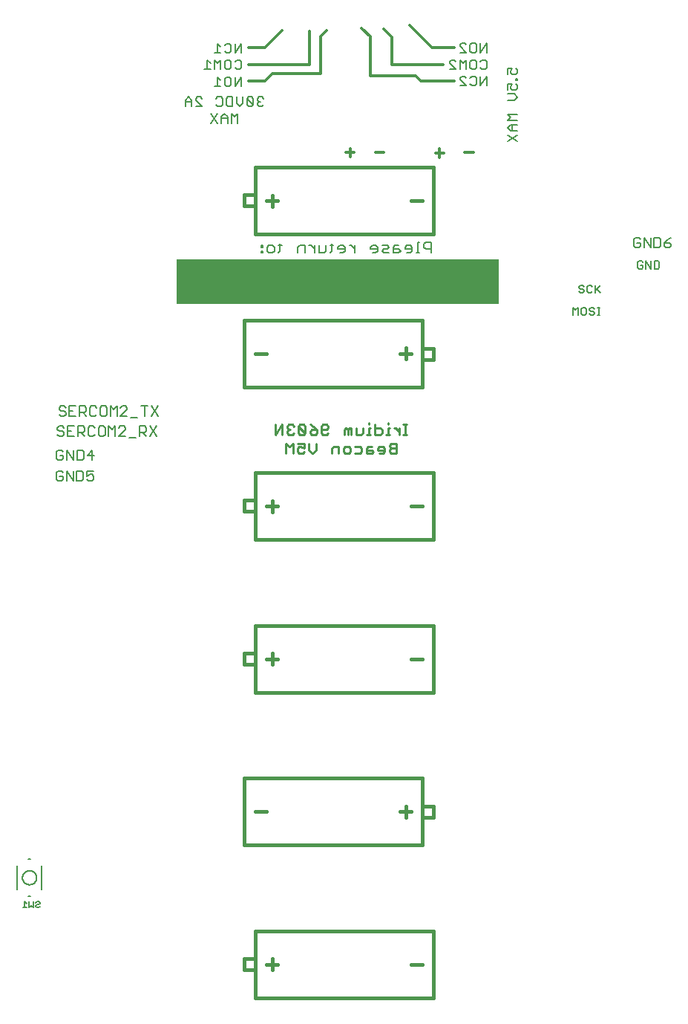
<source format=gbr>
G04 EAGLE Gerber RS-274X export*
G75*
%MOMM*%
%FSLAX34Y34*%
%LPD*%
%INSilkscreen Bottom*%
%IPPOS*%
%AMOC8*
5,1,8,0,0,1.08239X$1,22.5*%
G01*
%ADD10C,0.254000*%
%ADD11C,0.330200*%
%ADD12C,0.304800*%
%ADD13C,0.203200*%
%ADD14R,36.830000X5.080000*%
%ADD15C,0.152400*%
%ADD16C,0.127000*%
%ADD17C,0.406400*%


D10*
X618130Y854056D02*
X614232Y854056D01*
X616181Y854056D02*
X616181Y865750D01*
X618130Y865750D02*
X614232Y865750D01*
X609398Y861852D02*
X609398Y854056D01*
X609398Y857954D02*
X605500Y861852D01*
X603551Y861852D01*
X598484Y861852D02*
X596535Y861852D01*
X596535Y854056D01*
X598484Y854056D02*
X594586Y854056D01*
X596535Y865750D02*
X596535Y867699D01*
X581956Y865750D02*
X581956Y854056D01*
X587803Y854056D01*
X589752Y856005D01*
X589752Y859903D01*
X587803Y861852D01*
X581956Y861852D01*
X576655Y861852D02*
X574706Y861852D01*
X574706Y854056D01*
X576655Y854056D02*
X572757Y854056D01*
X574706Y865750D02*
X574706Y867699D01*
X567924Y861852D02*
X567924Y856005D01*
X565975Y854056D01*
X560128Y854056D01*
X560128Y861852D01*
X554826Y861852D02*
X554826Y854056D01*
X554826Y861852D02*
X552877Y861852D01*
X550928Y859903D01*
X550928Y854056D01*
X550928Y859903D02*
X548979Y861852D01*
X547030Y859903D01*
X547030Y854056D01*
X528632Y856005D02*
X526683Y854056D01*
X522785Y854056D01*
X520836Y856005D01*
X520836Y863801D01*
X522785Y865750D01*
X526683Y865750D01*
X528632Y863801D01*
X528632Y861852D01*
X526683Y859903D01*
X520836Y859903D01*
X511637Y863801D02*
X507739Y865750D01*
X511637Y863801D02*
X515535Y859903D01*
X515535Y856005D01*
X513586Y854056D01*
X509688Y854056D01*
X507739Y856005D01*
X507739Y857954D01*
X509688Y859903D01*
X515535Y859903D01*
X502437Y856005D02*
X502437Y863801D01*
X500488Y865750D01*
X496590Y865750D01*
X494641Y863801D01*
X494641Y856005D01*
X496590Y854056D01*
X500488Y854056D01*
X502437Y856005D01*
X494641Y863801D01*
X489340Y863801D02*
X487391Y865750D01*
X483493Y865750D01*
X481544Y863801D01*
X481544Y861852D01*
X483493Y859903D01*
X485442Y859903D01*
X483493Y859903D02*
X481544Y857954D01*
X481544Y856005D01*
X483493Y854056D01*
X487391Y854056D01*
X489340Y856005D01*
X476243Y854056D02*
X476243Y865750D01*
X468447Y854056D01*
X468447Y865750D01*
X606124Y844414D02*
X606124Y832720D01*
X606124Y844414D02*
X600277Y844414D01*
X598328Y842465D01*
X598328Y840516D01*
X600277Y838567D01*
X598328Y836618D01*
X598328Y834669D01*
X600277Y832720D01*
X606124Y832720D01*
X606124Y838567D02*
X600277Y838567D01*
X591078Y832720D02*
X587180Y832720D01*
X591078Y832720D02*
X593027Y834669D01*
X593027Y838567D01*
X591078Y840516D01*
X587180Y840516D01*
X585231Y838567D01*
X585231Y836618D01*
X593027Y836618D01*
X577980Y840516D02*
X574082Y840516D01*
X572133Y838567D01*
X572133Y832720D01*
X577980Y832720D01*
X579929Y834669D01*
X577980Y836618D01*
X572133Y836618D01*
X564883Y840516D02*
X559036Y840516D01*
X564883Y840516D02*
X566832Y838567D01*
X566832Y834669D01*
X564883Y832720D01*
X559036Y832720D01*
X551786Y832720D02*
X547888Y832720D01*
X545939Y834669D01*
X545939Y838567D01*
X547888Y840516D01*
X551786Y840516D01*
X553735Y838567D01*
X553735Y834669D01*
X551786Y832720D01*
X540638Y832720D02*
X540638Y840516D01*
X534791Y840516D01*
X532842Y838567D01*
X532842Y832720D01*
X514443Y836618D02*
X514443Y844414D01*
X514443Y836618D02*
X510545Y832720D01*
X506647Y836618D01*
X506647Y844414D01*
X501346Y844414D02*
X493550Y844414D01*
X501346Y844414D02*
X501346Y838567D01*
X497448Y840516D01*
X495499Y840516D01*
X493550Y838567D01*
X493550Y834669D01*
X495499Y832720D01*
X499397Y832720D01*
X501346Y834669D01*
X488249Y832720D02*
X488249Y844414D01*
X484351Y840516D01*
X480453Y844414D01*
X480453Y832720D01*
D11*
X684515Y1175944D02*
X694175Y1175944D01*
X592257Y1175944D02*
X582597Y1175944D01*
X558285Y1175626D02*
X548625Y1175626D01*
X553455Y1180456D02*
X553455Y1170796D01*
X650860Y1174991D02*
X660520Y1174991D01*
X655690Y1179821D02*
X655690Y1170161D01*
D12*
X647000Y1295000D02*
X672400Y1295000D01*
X647000Y1295000D02*
X621600Y1320400D01*
X601598Y1275633D02*
X660018Y1275633D01*
X601598Y1275633D02*
X601598Y1307383D01*
X592073Y1316908D01*
X634618Y1256900D02*
X672400Y1256900D01*
X634618Y1256900D02*
X628268Y1263250D01*
X576515Y1263250D01*
X576515Y1307700D01*
X566673Y1317543D01*
X456500Y1295000D02*
X437768Y1295000D01*
X456500Y1295000D02*
X476185Y1314685D01*
X507618Y1275950D02*
X437768Y1275950D01*
X507618Y1275950D02*
X507618Y1313733D01*
X456500Y1256900D02*
X438085Y1256900D01*
X456500Y1256900D02*
X465073Y1265473D01*
X520000Y1265473D01*
X520000Y1307700D01*
X526985Y1314685D01*
D13*
X645984Y1073903D02*
X645984Y1061701D01*
X645984Y1073903D02*
X639883Y1073903D01*
X637849Y1071870D01*
X637849Y1067802D01*
X639883Y1065768D01*
X645984Y1065768D01*
X632887Y1073903D02*
X630853Y1073903D01*
X630853Y1061701D01*
X632887Y1061701D02*
X628819Y1061701D01*
X622122Y1061701D02*
X618054Y1061701D01*
X622122Y1061701D02*
X624155Y1063735D01*
X624155Y1067802D01*
X622122Y1069836D01*
X618054Y1069836D01*
X616020Y1067802D01*
X616020Y1065768D01*
X624155Y1065768D01*
X609024Y1069836D02*
X604957Y1069836D01*
X602923Y1067802D01*
X602923Y1061701D01*
X609024Y1061701D01*
X611058Y1063735D01*
X609024Y1065768D01*
X602923Y1065768D01*
X597961Y1061701D02*
X591860Y1061701D01*
X589826Y1063735D01*
X591860Y1065768D01*
X595927Y1065768D01*
X597961Y1067802D01*
X595927Y1069836D01*
X589826Y1069836D01*
X582830Y1061701D02*
X578762Y1061701D01*
X582830Y1061701D02*
X584864Y1063735D01*
X584864Y1067802D01*
X582830Y1069836D01*
X578762Y1069836D01*
X576729Y1067802D01*
X576729Y1065768D01*
X584864Y1065768D01*
X558669Y1061701D02*
X558669Y1069836D01*
X554602Y1069836D02*
X558669Y1065768D01*
X554602Y1069836D02*
X552568Y1069836D01*
X545721Y1061701D02*
X541653Y1061701D01*
X545721Y1061701D02*
X547755Y1063735D01*
X547755Y1067802D01*
X545721Y1069836D01*
X541653Y1069836D01*
X539620Y1067802D01*
X539620Y1065768D01*
X547755Y1065768D01*
X532624Y1063735D02*
X532624Y1071870D01*
X532624Y1063735D02*
X530590Y1061701D01*
X530590Y1069836D02*
X534657Y1069836D01*
X525926Y1069836D02*
X525926Y1063735D01*
X523892Y1061701D01*
X517791Y1061701D01*
X517791Y1069836D01*
X512829Y1069836D02*
X512829Y1061701D01*
X512829Y1065768D02*
X508761Y1069836D01*
X506727Y1069836D01*
X501914Y1069836D02*
X501914Y1061701D01*
X501914Y1069836D02*
X495813Y1069836D01*
X493779Y1067802D01*
X493779Y1061701D01*
X473686Y1063735D02*
X473686Y1071870D01*
X473686Y1063735D02*
X471652Y1061701D01*
X471652Y1069836D02*
X475720Y1069836D01*
X464955Y1061701D02*
X460887Y1061701D01*
X458853Y1063735D01*
X458853Y1067802D01*
X460887Y1069836D01*
X464955Y1069836D01*
X466988Y1067802D01*
X466988Y1063735D01*
X464955Y1061701D01*
X453891Y1069836D02*
X451857Y1069836D01*
X451857Y1067802D01*
X453891Y1067802D01*
X453891Y1069836D01*
X453891Y1063735D02*
X451857Y1063735D01*
X451857Y1061701D01*
X453891Y1061701D01*
X453891Y1063735D01*
D14*
X539050Y1028300D03*
D13*
X733414Y1264678D02*
X733414Y1271796D01*
X738753Y1271796D01*
X736973Y1268237D01*
X736973Y1266458D01*
X738753Y1264678D01*
X742312Y1264678D01*
X744092Y1266458D01*
X744092Y1270017D01*
X742312Y1271796D01*
X742312Y1260103D02*
X744092Y1260103D01*
X742312Y1260103D02*
X742312Y1258323D01*
X744092Y1258323D01*
X744092Y1260103D01*
X733414Y1254256D02*
X733414Y1247137D01*
X733414Y1254256D02*
X738753Y1254256D01*
X736973Y1250697D01*
X736973Y1248917D01*
X738753Y1247137D01*
X742312Y1247137D01*
X744092Y1248917D01*
X744092Y1252476D01*
X742312Y1254256D01*
X740532Y1242562D02*
X733414Y1242562D01*
X740532Y1242562D02*
X744092Y1239003D01*
X740532Y1235444D01*
X733414Y1235444D01*
X733414Y1219174D02*
X744092Y1219174D01*
X736973Y1215615D02*
X733414Y1219174D01*
X736973Y1215615D02*
X733414Y1212056D01*
X744092Y1212056D01*
X744092Y1207480D02*
X736973Y1207480D01*
X733414Y1203921D01*
X736973Y1200362D01*
X744092Y1200362D01*
X738753Y1200362D02*
X738753Y1207480D01*
X733414Y1195786D02*
X744092Y1188668D01*
X744092Y1195786D02*
X733414Y1188668D01*
X454635Y1237286D02*
X452855Y1239066D01*
X449296Y1239066D01*
X447517Y1237286D01*
X447517Y1235507D01*
X449296Y1233727D01*
X451076Y1233727D01*
X449296Y1233727D02*
X447517Y1231948D01*
X447517Y1230168D01*
X449296Y1228389D01*
X452855Y1228389D01*
X454635Y1230168D01*
X442941Y1230168D02*
X442941Y1237286D01*
X441162Y1239066D01*
X437602Y1239066D01*
X435823Y1237286D01*
X435823Y1230168D01*
X437602Y1228389D01*
X441162Y1228389D01*
X442941Y1230168D01*
X435823Y1237286D01*
X431247Y1239066D02*
X431247Y1231948D01*
X427688Y1228389D01*
X424129Y1231948D01*
X424129Y1239066D01*
X419553Y1239066D02*
X419553Y1228389D01*
X414215Y1228389D01*
X412435Y1230168D01*
X412435Y1237286D01*
X414215Y1239066D01*
X419553Y1239066D01*
X402521Y1239066D02*
X400741Y1237286D01*
X402521Y1239066D02*
X406080Y1239066D01*
X407859Y1237286D01*
X407859Y1230168D01*
X406080Y1228389D01*
X402521Y1228389D01*
X400741Y1230168D01*
X384471Y1228389D02*
X377353Y1228389D01*
X384471Y1228389D02*
X377353Y1235507D01*
X377353Y1237286D01*
X379133Y1239066D01*
X382692Y1239066D01*
X384471Y1237286D01*
X372777Y1235507D02*
X372777Y1228389D01*
X372777Y1235507D02*
X369218Y1239066D01*
X365659Y1235507D01*
X365659Y1228389D01*
X365659Y1233727D02*
X372777Y1233727D01*
X425400Y1220016D02*
X425400Y1209339D01*
X421841Y1216457D02*
X425400Y1220016D01*
X421841Y1216457D02*
X418282Y1220016D01*
X418282Y1209339D01*
X413706Y1209339D02*
X413706Y1216457D01*
X410147Y1220016D01*
X406588Y1216457D01*
X406588Y1209339D01*
X406588Y1214677D02*
X413706Y1214677D01*
X402012Y1220016D02*
X394894Y1209339D01*
X402012Y1209339D02*
X394894Y1220016D01*
D15*
X886103Y1051968D02*
X887544Y1050527D01*
X886103Y1051968D02*
X883222Y1051968D01*
X881781Y1050527D01*
X881781Y1044765D01*
X883222Y1043325D01*
X886103Y1043325D01*
X887544Y1044765D01*
X887544Y1047646D01*
X884663Y1047646D01*
X891137Y1043325D02*
X891137Y1051968D01*
X896899Y1043325D01*
X896899Y1051968D01*
X900492Y1051968D02*
X900492Y1043325D01*
X904814Y1043325D01*
X906254Y1044765D01*
X906254Y1050527D01*
X904814Y1051968D01*
X900492Y1051968D01*
X820406Y1023032D02*
X818965Y1024472D01*
X816084Y1024472D01*
X814643Y1023032D01*
X814643Y1021591D01*
X816084Y1020151D01*
X818965Y1020151D01*
X820406Y1018710D01*
X820406Y1017270D01*
X818965Y1015829D01*
X816084Y1015829D01*
X814643Y1017270D01*
X828320Y1024472D02*
X829761Y1023032D01*
X828320Y1024472D02*
X825439Y1024472D01*
X823999Y1023032D01*
X823999Y1017270D01*
X825439Y1015829D01*
X828320Y1015829D01*
X829761Y1017270D01*
X833354Y1015829D02*
X833354Y1024472D01*
X833354Y1018710D02*
X839116Y1024472D01*
X834794Y1020151D02*
X839116Y1015829D01*
X807689Y999072D02*
X807689Y990429D01*
X810570Y996191D02*
X807689Y999072D01*
X810570Y996191D02*
X813451Y999072D01*
X813451Y990429D01*
X818485Y999072D02*
X821366Y999072D01*
X818485Y999072D02*
X817044Y997632D01*
X817044Y991870D01*
X818485Y990429D01*
X821366Y990429D01*
X822807Y991870D01*
X822807Y997632D01*
X821366Y999072D01*
X830721Y999072D02*
X832162Y997632D01*
X830721Y999072D02*
X827840Y999072D01*
X826400Y997632D01*
X826400Y996191D01*
X827840Y994751D01*
X830721Y994751D01*
X832162Y993310D01*
X832162Y991870D01*
X830721Y990429D01*
X827840Y990429D01*
X826400Y991870D01*
X835755Y990429D02*
X838636Y990429D01*
X837195Y990429D02*
X837195Y999072D01*
X835755Y999072D02*
X838636Y999072D01*
D16*
X179800Y349600D02*
X179802Y349798D01*
X179810Y349995D01*
X179822Y350192D01*
X179839Y350389D01*
X179861Y350585D01*
X179887Y350781D01*
X179919Y350976D01*
X179955Y351170D01*
X179996Y351364D01*
X180041Y351556D01*
X180092Y351747D01*
X180147Y351937D01*
X180206Y352125D01*
X180271Y352312D01*
X180339Y352497D01*
X180413Y352681D01*
X180491Y352862D01*
X180573Y353042D01*
X180660Y353219D01*
X180751Y353395D01*
X180846Y353568D01*
X180945Y353739D01*
X181049Y353907D01*
X181157Y354072D01*
X181268Y354235D01*
X181384Y354395D01*
X181504Y354553D01*
X181627Y354707D01*
X181754Y354858D01*
X181885Y355006D01*
X182020Y355151D01*
X182158Y355292D01*
X182299Y355430D01*
X182444Y355565D01*
X182592Y355696D01*
X182743Y355823D01*
X182897Y355946D01*
X183055Y356066D01*
X183215Y356182D01*
X183378Y356293D01*
X183543Y356401D01*
X183711Y356505D01*
X183882Y356604D01*
X184055Y356699D01*
X184231Y356790D01*
X184408Y356877D01*
X184588Y356959D01*
X184769Y357037D01*
X184953Y357111D01*
X185138Y357179D01*
X185325Y357244D01*
X185513Y357303D01*
X185703Y357358D01*
X185894Y357409D01*
X186086Y357454D01*
X186280Y357495D01*
X186474Y357531D01*
X186669Y357563D01*
X186865Y357589D01*
X187061Y357611D01*
X187258Y357628D01*
X187455Y357640D01*
X187652Y357648D01*
X187850Y357650D01*
X188048Y357648D01*
X188245Y357640D01*
X188442Y357628D01*
X188639Y357611D01*
X188835Y357589D01*
X189031Y357563D01*
X189226Y357531D01*
X189420Y357495D01*
X189614Y357454D01*
X189806Y357409D01*
X189997Y357358D01*
X190187Y357303D01*
X190375Y357244D01*
X190562Y357179D01*
X190747Y357111D01*
X190931Y357037D01*
X191112Y356959D01*
X191292Y356877D01*
X191469Y356790D01*
X191645Y356699D01*
X191818Y356604D01*
X191989Y356505D01*
X192157Y356401D01*
X192322Y356293D01*
X192485Y356182D01*
X192645Y356066D01*
X192803Y355946D01*
X192957Y355823D01*
X193108Y355696D01*
X193256Y355565D01*
X193401Y355430D01*
X193542Y355292D01*
X193680Y355151D01*
X193815Y355006D01*
X193946Y354858D01*
X194073Y354707D01*
X194196Y354553D01*
X194316Y354395D01*
X194432Y354235D01*
X194543Y354072D01*
X194651Y353907D01*
X194755Y353739D01*
X194854Y353568D01*
X194949Y353395D01*
X195040Y353219D01*
X195127Y353042D01*
X195209Y352862D01*
X195287Y352681D01*
X195361Y352497D01*
X195429Y352312D01*
X195494Y352125D01*
X195553Y351937D01*
X195608Y351747D01*
X195659Y351556D01*
X195704Y351364D01*
X195745Y351170D01*
X195781Y350976D01*
X195813Y350781D01*
X195839Y350585D01*
X195861Y350389D01*
X195878Y350192D01*
X195890Y349995D01*
X195898Y349798D01*
X195900Y349600D01*
X195898Y349402D01*
X195890Y349205D01*
X195878Y349008D01*
X195861Y348811D01*
X195839Y348615D01*
X195813Y348419D01*
X195781Y348224D01*
X195745Y348030D01*
X195704Y347836D01*
X195659Y347644D01*
X195608Y347453D01*
X195553Y347263D01*
X195494Y347075D01*
X195429Y346888D01*
X195361Y346703D01*
X195287Y346519D01*
X195209Y346338D01*
X195127Y346158D01*
X195040Y345981D01*
X194949Y345805D01*
X194854Y345632D01*
X194755Y345461D01*
X194651Y345293D01*
X194543Y345128D01*
X194432Y344965D01*
X194316Y344805D01*
X194196Y344647D01*
X194073Y344493D01*
X193946Y344342D01*
X193815Y344194D01*
X193680Y344049D01*
X193542Y343908D01*
X193401Y343770D01*
X193256Y343635D01*
X193108Y343504D01*
X192957Y343377D01*
X192803Y343254D01*
X192645Y343134D01*
X192485Y343018D01*
X192322Y342907D01*
X192157Y342799D01*
X191989Y342695D01*
X191818Y342596D01*
X191645Y342501D01*
X191469Y342410D01*
X191292Y342323D01*
X191112Y342241D01*
X190931Y342163D01*
X190747Y342089D01*
X190562Y342021D01*
X190375Y341956D01*
X190187Y341897D01*
X189997Y341842D01*
X189806Y341791D01*
X189614Y341746D01*
X189420Y341705D01*
X189226Y341669D01*
X189031Y341637D01*
X188835Y341611D01*
X188639Y341589D01*
X188442Y341572D01*
X188245Y341560D01*
X188048Y341552D01*
X187850Y341550D01*
X187652Y341552D01*
X187455Y341560D01*
X187258Y341572D01*
X187061Y341589D01*
X186865Y341611D01*
X186669Y341637D01*
X186474Y341669D01*
X186280Y341705D01*
X186086Y341746D01*
X185894Y341791D01*
X185703Y341842D01*
X185513Y341897D01*
X185325Y341956D01*
X185138Y342021D01*
X184953Y342089D01*
X184769Y342163D01*
X184588Y342241D01*
X184408Y342323D01*
X184231Y342410D01*
X184055Y342501D01*
X183882Y342596D01*
X183711Y342695D01*
X183543Y342799D01*
X183378Y342907D01*
X183215Y343018D01*
X183055Y343134D01*
X182897Y343254D01*
X182743Y343377D01*
X182592Y343504D01*
X182444Y343635D01*
X182299Y343770D01*
X182158Y343908D01*
X182020Y344049D01*
X181885Y344194D01*
X181754Y344342D01*
X181627Y344493D01*
X181504Y344647D01*
X181384Y344805D01*
X181268Y344965D01*
X181157Y345128D01*
X181049Y345293D01*
X180945Y345461D01*
X180846Y345632D01*
X180751Y345805D01*
X180660Y345981D01*
X180573Y346158D01*
X180491Y346338D01*
X180413Y346519D01*
X180339Y346703D01*
X180271Y346888D01*
X180206Y347075D01*
X180147Y347263D01*
X180092Y347453D01*
X180041Y347644D01*
X179996Y347836D01*
X179955Y348030D01*
X179919Y348224D01*
X179887Y348419D01*
X179861Y348615D01*
X179839Y348811D01*
X179822Y349008D01*
X179810Y349205D01*
X179802Y349402D01*
X179800Y349600D01*
D13*
X173850Y362980D02*
X173850Y336220D01*
X201850Y336220D02*
X201850Y362980D01*
X189150Y328600D02*
X186550Y328600D01*
X186550Y370600D02*
X189150Y370600D01*
D16*
X196076Y322301D02*
X194932Y321157D01*
X196076Y322301D02*
X198364Y322301D01*
X199507Y321157D01*
X199507Y320013D01*
X198364Y318869D01*
X196076Y318869D01*
X194932Y317725D01*
X194932Y316581D01*
X196076Y315437D01*
X198364Y315437D01*
X199507Y316581D01*
X192023Y315437D02*
X192023Y322301D01*
X189735Y317725D02*
X192023Y315437D01*
X189735Y317725D02*
X187447Y315437D01*
X187447Y322301D01*
X184539Y320013D02*
X182251Y322301D01*
X182251Y315437D01*
X184539Y315437D02*
X179963Y315437D01*
D17*
X445710Y1082590D02*
X648910Y1082590D01*
X445710Y1082590D02*
X445710Y1114848D01*
X445710Y1127548D01*
X445710Y1158790D01*
X648910Y1158790D01*
X648910Y1082590D01*
X445710Y1114848D02*
X433010Y1114848D01*
X433010Y1127548D01*
X445710Y1127548D01*
X623510Y1120690D02*
X636210Y1120690D01*
X471110Y1120690D02*
X458410Y1120690D01*
X464760Y1114340D02*
X464760Y1127040D01*
X433010Y984800D02*
X636210Y984800D01*
X636210Y952542D01*
X636210Y939842D01*
X636210Y908600D01*
X433010Y908600D01*
X433010Y984800D01*
X636210Y952542D02*
X648910Y952542D01*
X648910Y939842D01*
X636210Y939842D01*
X458410Y946700D02*
X445710Y946700D01*
X610810Y946700D02*
X623510Y946700D01*
X617160Y953050D02*
X617160Y940350D01*
X648910Y734610D02*
X445710Y734610D01*
X445710Y766868D01*
X445710Y779568D01*
X445710Y810810D01*
X648910Y810810D01*
X648910Y734610D01*
X445710Y766868D02*
X433010Y766868D01*
X433010Y779568D01*
X445710Y779568D01*
X623510Y772710D02*
X636210Y772710D01*
X471110Y772710D02*
X458410Y772710D01*
X464760Y766360D02*
X464760Y779060D01*
D13*
X429322Y1289158D02*
X429322Y1299835D01*
X422204Y1289158D01*
X422204Y1299835D01*
X412289Y1299835D02*
X410510Y1298056D01*
X412289Y1299835D02*
X415849Y1299835D01*
X417628Y1298056D01*
X417628Y1290938D01*
X415849Y1289158D01*
X412289Y1289158D01*
X410510Y1290938D01*
X405934Y1296276D02*
X402375Y1299835D01*
X402375Y1289158D01*
X405934Y1289158D02*
X398816Y1289158D01*
X422204Y1279323D02*
X423983Y1281103D01*
X427543Y1281103D01*
X429322Y1279323D01*
X429322Y1272205D01*
X427543Y1270426D01*
X423983Y1270426D01*
X422204Y1272205D01*
X415849Y1281103D02*
X412289Y1281103D01*
X415849Y1281103D02*
X417628Y1279323D01*
X417628Y1272205D01*
X415849Y1270426D01*
X412289Y1270426D01*
X410510Y1272205D01*
X410510Y1279323D01*
X412289Y1281103D01*
X405934Y1281103D02*
X405934Y1270426D01*
X402375Y1277544D02*
X405934Y1281103D01*
X402375Y1277544D02*
X398816Y1281103D01*
X398816Y1270426D01*
X394240Y1277544D02*
X390681Y1281103D01*
X390681Y1270426D01*
X394240Y1270426D02*
X387122Y1270426D01*
X429322Y1261735D02*
X429322Y1251058D01*
X422204Y1251058D02*
X429322Y1261735D01*
X422204Y1261735D02*
X422204Y1251058D01*
X415849Y1261735D02*
X412289Y1261735D01*
X415849Y1261735D02*
X417628Y1259956D01*
X417628Y1252838D01*
X415849Y1251058D01*
X412289Y1251058D01*
X410510Y1252838D01*
X410510Y1259956D01*
X412289Y1261735D01*
X405934Y1258176D02*
X402375Y1261735D01*
X402375Y1251058D01*
X405934Y1251058D02*
X398816Y1251058D01*
X709294Y1289539D02*
X709294Y1300216D01*
X702175Y1289539D01*
X702175Y1300216D01*
X695820Y1300216D02*
X692261Y1300216D01*
X695820Y1300216D02*
X697600Y1298437D01*
X697600Y1291319D01*
X695820Y1289539D01*
X692261Y1289539D01*
X690481Y1291319D01*
X690481Y1298437D01*
X692261Y1300216D01*
X685906Y1289539D02*
X678788Y1289539D01*
X685906Y1289539D02*
X678788Y1296657D01*
X678788Y1298437D01*
X680567Y1300216D01*
X684126Y1300216D01*
X685906Y1298437D01*
X703955Y1281166D02*
X702175Y1279387D01*
X703955Y1281166D02*
X707514Y1281166D01*
X709294Y1279387D01*
X709294Y1272269D01*
X707514Y1270489D01*
X703955Y1270489D01*
X702175Y1272269D01*
X695820Y1281166D02*
X692261Y1281166D01*
X695820Y1281166D02*
X697600Y1279387D01*
X697600Y1272269D01*
X695820Y1270489D01*
X692261Y1270489D01*
X690481Y1272269D01*
X690481Y1279387D01*
X692261Y1281166D01*
X685906Y1281166D02*
X685906Y1270489D01*
X682347Y1277607D02*
X685906Y1281166D01*
X682347Y1277607D02*
X678788Y1281166D01*
X678788Y1270489D01*
X674212Y1270489D02*
X667094Y1270489D01*
X674212Y1270489D02*
X667094Y1277607D01*
X667094Y1279387D01*
X668873Y1281166D01*
X672432Y1281166D01*
X674212Y1279387D01*
X709294Y1262434D02*
X709294Y1251757D01*
X702175Y1251757D02*
X709294Y1262434D01*
X702175Y1262434D02*
X702175Y1251757D01*
X692261Y1262434D02*
X690481Y1260654D01*
X692261Y1262434D02*
X695820Y1262434D01*
X697600Y1260654D01*
X697600Y1253536D01*
X695820Y1251757D01*
X692261Y1251757D01*
X690481Y1253536D01*
X685906Y1251757D02*
X678788Y1251757D01*
X685906Y1251757D02*
X678788Y1258875D01*
X678788Y1260654D01*
X680567Y1262434D01*
X684126Y1262434D01*
X685906Y1260654D01*
D17*
X648910Y560620D02*
X445710Y560620D01*
X445710Y592878D01*
X445710Y605578D01*
X445710Y636820D01*
X648910Y636820D01*
X648910Y560620D01*
X445710Y592878D02*
X433010Y592878D01*
X433010Y605578D01*
X445710Y605578D01*
X623510Y598720D02*
X636210Y598720D01*
X471110Y598720D02*
X458410Y598720D01*
X464760Y592370D02*
X464760Y605070D01*
X433010Y462830D02*
X636210Y462830D01*
X636210Y430572D01*
X636210Y417872D01*
X636210Y386630D01*
X433010Y386630D01*
X433010Y462830D01*
X636210Y430572D02*
X648910Y430572D01*
X648910Y417872D01*
X636210Y417872D01*
X458410Y424730D02*
X445710Y424730D01*
X610810Y424730D02*
X623510Y424730D01*
X617160Y431080D02*
X617160Y418380D01*
X648910Y212640D02*
X445710Y212640D01*
X445710Y244898D01*
X445710Y257598D01*
X445710Y288840D01*
X648910Y288840D01*
X648910Y212640D01*
X445710Y244898D02*
X433010Y244898D01*
X433010Y257598D01*
X445710Y257598D01*
X623510Y250740D02*
X636210Y250740D01*
X471110Y250740D02*
X458410Y250740D01*
X464760Y244390D02*
X464760Y257090D01*
D16*
X229090Y884961D02*
X227183Y886868D01*
X223370Y886868D01*
X221463Y884961D01*
X221463Y883055D01*
X223370Y881148D01*
X227183Y881148D01*
X229090Y879241D01*
X229090Y877335D01*
X227183Y875428D01*
X223370Y875428D01*
X221463Y877335D01*
X233157Y886868D02*
X240783Y886868D01*
X233157Y886868D02*
X233157Y875428D01*
X240783Y875428D01*
X236970Y881148D02*
X233157Y881148D01*
X244851Y875428D02*
X244851Y886868D01*
X250571Y886868D01*
X252477Y884961D01*
X252477Y881148D01*
X250571Y879241D01*
X244851Y879241D01*
X248664Y879241D02*
X252477Y875428D01*
X262265Y886868D02*
X264171Y884961D01*
X262265Y886868D02*
X258452Y886868D01*
X256545Y884961D01*
X256545Y877335D01*
X258452Y875428D01*
X262265Y875428D01*
X264171Y877335D01*
X270146Y886868D02*
X273959Y886868D01*
X270146Y886868D02*
X268239Y884961D01*
X268239Y877335D01*
X270146Y875428D01*
X273959Y875428D01*
X275865Y877335D01*
X275865Y884961D01*
X273959Y886868D01*
X279933Y886868D02*
X279933Y875428D01*
X283746Y883055D02*
X279933Y886868D01*
X283746Y883055D02*
X287559Y886868D01*
X287559Y875428D01*
X291627Y875428D02*
X299253Y875428D01*
X291627Y875428D02*
X299253Y883055D01*
X299253Y884961D01*
X297347Y886868D01*
X293533Y886868D01*
X291627Y884961D01*
X303321Y873521D02*
X310947Y873521D01*
X318828Y875428D02*
X318828Y886868D01*
X315015Y886868D02*
X322641Y886868D01*
X326709Y886868D02*
X334335Y875428D01*
X326709Y875428D02*
X334335Y886868D01*
X226232Y834644D02*
X224325Y836550D01*
X220512Y836550D01*
X218606Y834644D01*
X218606Y827017D01*
X220512Y825111D01*
X224325Y825111D01*
X226232Y827017D01*
X226232Y830830D01*
X222419Y830830D01*
X230299Y825111D02*
X230299Y836550D01*
X237926Y825111D01*
X237926Y836550D01*
X241993Y836550D02*
X241993Y825111D01*
X247713Y825111D01*
X249620Y827017D01*
X249620Y834644D01*
X247713Y836550D01*
X241993Y836550D01*
X259407Y836550D02*
X259407Y825111D01*
X253687Y830830D02*
X259407Y836550D01*
X261314Y830830D02*
X253687Y830830D01*
X225915Y810914D02*
X224008Y812820D01*
X220195Y812820D01*
X218288Y810914D01*
X218288Y803287D01*
X220195Y801381D01*
X224008Y801381D01*
X225915Y803287D01*
X225915Y807100D01*
X222101Y807100D01*
X229982Y801381D02*
X229982Y812820D01*
X237608Y801381D01*
X237608Y812820D01*
X241676Y812820D02*
X241676Y801381D01*
X247396Y801381D01*
X249302Y803287D01*
X249302Y810914D01*
X247396Y812820D01*
X241676Y812820D01*
X253370Y812820D02*
X260996Y812820D01*
X253370Y812820D02*
X253370Y807100D01*
X257183Y809007D01*
X259090Y809007D01*
X260996Y807100D01*
X260996Y803287D01*
X259090Y801381D01*
X255277Y801381D01*
X253370Y803287D01*
X227185Y862184D02*
X225278Y864090D01*
X221465Y864090D01*
X219558Y862184D01*
X219558Y860277D01*
X221465Y858370D01*
X225278Y858370D01*
X227185Y856464D01*
X227185Y854557D01*
X225278Y852651D01*
X221465Y852651D01*
X219558Y854557D01*
X231252Y864090D02*
X238878Y864090D01*
X231252Y864090D02*
X231252Y852651D01*
X238878Y852651D01*
X235065Y858370D02*
X231252Y858370D01*
X242946Y852651D02*
X242946Y864090D01*
X248666Y864090D01*
X250572Y862184D01*
X250572Y858370D01*
X248666Y856464D01*
X242946Y856464D01*
X246759Y856464D02*
X250572Y852651D01*
X260360Y864090D02*
X262266Y862184D01*
X260360Y864090D02*
X256547Y864090D01*
X254640Y862184D01*
X254640Y854557D01*
X256547Y852651D01*
X260360Y852651D01*
X262266Y854557D01*
X268241Y864090D02*
X272054Y864090D01*
X268241Y864090D02*
X266334Y862184D01*
X266334Y854557D01*
X268241Y852651D01*
X272054Y852651D01*
X273960Y854557D01*
X273960Y862184D01*
X272054Y864090D01*
X278028Y864090D02*
X278028Y852651D01*
X281841Y860277D02*
X278028Y864090D01*
X281841Y860277D02*
X285654Y864090D01*
X285654Y852651D01*
X289722Y852651D02*
X297348Y852651D01*
X289722Y852651D02*
X297348Y860277D01*
X297348Y862184D01*
X295442Y864090D01*
X291628Y864090D01*
X289722Y862184D01*
X301416Y850744D02*
X309042Y850744D01*
X313110Y852651D02*
X313110Y864090D01*
X318830Y864090D01*
X320736Y862184D01*
X320736Y858370D01*
X318830Y856464D01*
X313110Y856464D01*
X316923Y856464D02*
X320736Y852651D01*
X332430Y852651D02*
X324804Y864090D01*
X332430Y864090D02*
X324804Y852651D01*
X882738Y1078773D02*
X884645Y1076866D01*
X882738Y1078773D02*
X878925Y1078773D01*
X877018Y1076866D01*
X877018Y1069240D01*
X878925Y1067333D01*
X882738Y1067333D01*
X884645Y1069240D01*
X884645Y1073053D01*
X880831Y1073053D01*
X888712Y1067333D02*
X888712Y1078773D01*
X896338Y1067333D01*
X896338Y1078773D01*
X900406Y1078773D02*
X900406Y1067333D01*
X906126Y1067333D01*
X908032Y1069240D01*
X908032Y1076866D01*
X906126Y1078773D01*
X900406Y1078773D01*
X915913Y1076866D02*
X919726Y1078773D01*
X915913Y1076866D02*
X912100Y1073053D01*
X912100Y1069240D01*
X914007Y1067333D01*
X917820Y1067333D01*
X919726Y1069240D01*
X919726Y1071146D01*
X917820Y1073053D01*
X912100Y1073053D01*
M02*

</source>
